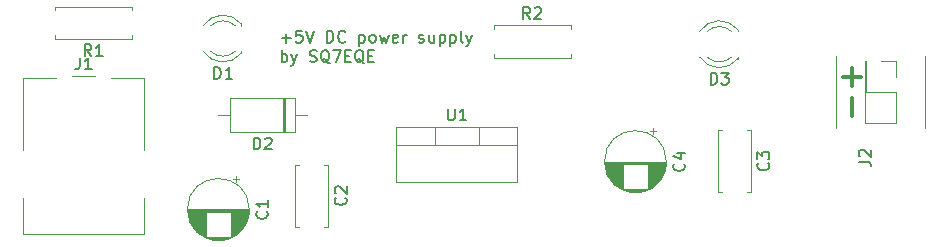
<source format=gbr>
%TF.GenerationSoftware,KiCad,Pcbnew,5.1.6-c6e7f7d~86~ubuntu18.04.1*%
%TF.CreationDate,2020-05-25T18:50:18+02:00*%
%TF.ProjectId,power_supply_5V,706f7765-725f-4737-9570-706c795f3556,1.2*%
%TF.SameCoordinates,Original*%
%TF.FileFunction,Legend,Top*%
%TF.FilePolarity,Positive*%
%FSLAX46Y46*%
G04 Gerber Fmt 4.6, Leading zero omitted, Abs format (unit mm)*
G04 Created by KiCad (PCBNEW 5.1.6-c6e7f7d~86~ubuntu18.04.1) date 2020-05-25 18:50:18*
%MOMM*%
%LPD*%
G01*
G04 APERTURE LIST*
%ADD10C,0.150000*%
%ADD11C,0.120000*%
%ADD12C,0.300000*%
%ADD13C,1.702000*%
%ADD14O,2.102000X3.602000*%
%ADD15O,3.402000X2.102000*%
%ADD16R,4.102000X2.102000*%
%ADD17R,1.802000X1.802000*%
%ADD18O,1.802000X1.802000*%
%ADD19C,1.626000*%
%ADD20O,1.702000X1.702000*%
%ADD21C,1.902000*%
%ADD22R,1.902000X1.902000*%
%ADD23R,1.702000X1.702000*%
%ADD24O,2.302000X2.302000*%
%ADD25R,2.302000X2.302000*%
%ADD26O,2.007000X2.102000*%
%ADD27R,2.007000X2.102000*%
G04 APERTURE END LIST*
D10*
X96855595Y-83218828D02*
X97617500Y-83218828D01*
X97236547Y-83599780D02*
X97236547Y-82837876D01*
X98569880Y-82599780D02*
X98093690Y-82599780D01*
X98046071Y-83075971D01*
X98093690Y-83028352D01*
X98188928Y-82980733D01*
X98427023Y-82980733D01*
X98522261Y-83028352D01*
X98569880Y-83075971D01*
X98617500Y-83171209D01*
X98617500Y-83409304D01*
X98569880Y-83504542D01*
X98522261Y-83552161D01*
X98427023Y-83599780D01*
X98188928Y-83599780D01*
X98093690Y-83552161D01*
X98046071Y-83504542D01*
X98903214Y-82599780D02*
X99236547Y-83599780D01*
X99569880Y-82599780D01*
X100665119Y-83599780D02*
X100665119Y-82599780D01*
X100903214Y-82599780D01*
X101046071Y-82647400D01*
X101141309Y-82742638D01*
X101188928Y-82837876D01*
X101236547Y-83028352D01*
X101236547Y-83171209D01*
X101188928Y-83361685D01*
X101141309Y-83456923D01*
X101046071Y-83552161D01*
X100903214Y-83599780D01*
X100665119Y-83599780D01*
X102236547Y-83504542D02*
X102188928Y-83552161D01*
X102046071Y-83599780D01*
X101950833Y-83599780D01*
X101807976Y-83552161D01*
X101712738Y-83456923D01*
X101665119Y-83361685D01*
X101617500Y-83171209D01*
X101617500Y-83028352D01*
X101665119Y-82837876D01*
X101712738Y-82742638D01*
X101807976Y-82647400D01*
X101950833Y-82599780D01*
X102046071Y-82599780D01*
X102188928Y-82647400D01*
X102236547Y-82695019D01*
X103427023Y-82933114D02*
X103427023Y-83933114D01*
X103427023Y-82980733D02*
X103522261Y-82933114D01*
X103712738Y-82933114D01*
X103807976Y-82980733D01*
X103855595Y-83028352D01*
X103903214Y-83123590D01*
X103903214Y-83409304D01*
X103855595Y-83504542D01*
X103807976Y-83552161D01*
X103712738Y-83599780D01*
X103522261Y-83599780D01*
X103427023Y-83552161D01*
X104474642Y-83599780D02*
X104379404Y-83552161D01*
X104331785Y-83504542D01*
X104284166Y-83409304D01*
X104284166Y-83123590D01*
X104331785Y-83028352D01*
X104379404Y-82980733D01*
X104474642Y-82933114D01*
X104617500Y-82933114D01*
X104712738Y-82980733D01*
X104760357Y-83028352D01*
X104807976Y-83123590D01*
X104807976Y-83409304D01*
X104760357Y-83504542D01*
X104712738Y-83552161D01*
X104617500Y-83599780D01*
X104474642Y-83599780D01*
X105141309Y-82933114D02*
X105331785Y-83599780D01*
X105522261Y-83123590D01*
X105712738Y-83599780D01*
X105903214Y-82933114D01*
X106665119Y-83552161D02*
X106569880Y-83599780D01*
X106379404Y-83599780D01*
X106284166Y-83552161D01*
X106236547Y-83456923D01*
X106236547Y-83075971D01*
X106284166Y-82980733D01*
X106379404Y-82933114D01*
X106569880Y-82933114D01*
X106665119Y-82980733D01*
X106712738Y-83075971D01*
X106712738Y-83171209D01*
X106236547Y-83266447D01*
X107141309Y-83599780D02*
X107141309Y-82933114D01*
X107141309Y-83123590D02*
X107188928Y-83028352D01*
X107236547Y-82980733D01*
X107331785Y-82933114D01*
X107427023Y-82933114D01*
X108474642Y-83552161D02*
X108569880Y-83599780D01*
X108760357Y-83599780D01*
X108855595Y-83552161D01*
X108903214Y-83456923D01*
X108903214Y-83409304D01*
X108855595Y-83314066D01*
X108760357Y-83266447D01*
X108617500Y-83266447D01*
X108522261Y-83218828D01*
X108474642Y-83123590D01*
X108474642Y-83075971D01*
X108522261Y-82980733D01*
X108617500Y-82933114D01*
X108760357Y-82933114D01*
X108855595Y-82980733D01*
X109760357Y-82933114D02*
X109760357Y-83599780D01*
X109331785Y-82933114D02*
X109331785Y-83456923D01*
X109379404Y-83552161D01*
X109474642Y-83599780D01*
X109617500Y-83599780D01*
X109712738Y-83552161D01*
X109760357Y-83504542D01*
X110236547Y-82933114D02*
X110236547Y-83933114D01*
X110236547Y-82980733D02*
X110331785Y-82933114D01*
X110522261Y-82933114D01*
X110617500Y-82980733D01*
X110665119Y-83028352D01*
X110712738Y-83123590D01*
X110712738Y-83409304D01*
X110665119Y-83504542D01*
X110617500Y-83552161D01*
X110522261Y-83599780D01*
X110331785Y-83599780D01*
X110236547Y-83552161D01*
X111141309Y-82933114D02*
X111141309Y-83933114D01*
X111141309Y-82980733D02*
X111236547Y-82933114D01*
X111427023Y-82933114D01*
X111522261Y-82980733D01*
X111569880Y-83028352D01*
X111617500Y-83123590D01*
X111617500Y-83409304D01*
X111569880Y-83504542D01*
X111522261Y-83552161D01*
X111427023Y-83599780D01*
X111236547Y-83599780D01*
X111141309Y-83552161D01*
X112188928Y-83599780D02*
X112093690Y-83552161D01*
X112046071Y-83456923D01*
X112046071Y-82599780D01*
X112474642Y-82933114D02*
X112712738Y-83599780D01*
X112950833Y-82933114D02*
X112712738Y-83599780D01*
X112617500Y-83837876D01*
X112569880Y-83885495D01*
X112474642Y-83933114D01*
X96855595Y-85249780D02*
X96855595Y-84249780D01*
X96855595Y-84630733D02*
X96950833Y-84583114D01*
X97141309Y-84583114D01*
X97236547Y-84630733D01*
X97284166Y-84678352D01*
X97331785Y-84773590D01*
X97331785Y-85059304D01*
X97284166Y-85154542D01*
X97236547Y-85202161D01*
X97141309Y-85249780D01*
X96950833Y-85249780D01*
X96855595Y-85202161D01*
X97665119Y-84583114D02*
X97903214Y-85249780D01*
X98141309Y-84583114D02*
X97903214Y-85249780D01*
X97807976Y-85487876D01*
X97760357Y-85535495D01*
X97665119Y-85583114D01*
X99236547Y-85202161D02*
X99379404Y-85249780D01*
X99617500Y-85249780D01*
X99712738Y-85202161D01*
X99760357Y-85154542D01*
X99807976Y-85059304D01*
X99807976Y-84964066D01*
X99760357Y-84868828D01*
X99712738Y-84821209D01*
X99617500Y-84773590D01*
X99427023Y-84725971D01*
X99331785Y-84678352D01*
X99284166Y-84630733D01*
X99236547Y-84535495D01*
X99236547Y-84440257D01*
X99284166Y-84345019D01*
X99331785Y-84297400D01*
X99427023Y-84249780D01*
X99665119Y-84249780D01*
X99807976Y-84297400D01*
X100903214Y-85345019D02*
X100807976Y-85297400D01*
X100712738Y-85202161D01*
X100569880Y-85059304D01*
X100474642Y-85011685D01*
X100379404Y-85011685D01*
X100427023Y-85249780D02*
X100331785Y-85202161D01*
X100236547Y-85106923D01*
X100188928Y-84916447D01*
X100188928Y-84583114D01*
X100236547Y-84392638D01*
X100331785Y-84297400D01*
X100427023Y-84249780D01*
X100617500Y-84249780D01*
X100712738Y-84297400D01*
X100807976Y-84392638D01*
X100855595Y-84583114D01*
X100855595Y-84916447D01*
X100807976Y-85106923D01*
X100712738Y-85202161D01*
X100617500Y-85249780D01*
X100427023Y-85249780D01*
X101188928Y-84249780D02*
X101855595Y-84249780D01*
X101427023Y-85249780D01*
X102236547Y-84725971D02*
X102569880Y-84725971D01*
X102712738Y-85249780D02*
X102236547Y-85249780D01*
X102236547Y-84249780D01*
X102712738Y-84249780D01*
X103807976Y-85345019D02*
X103712738Y-85297400D01*
X103617500Y-85202161D01*
X103474642Y-85059304D01*
X103379404Y-85011685D01*
X103284166Y-85011685D01*
X103331785Y-85249780D02*
X103236547Y-85202161D01*
X103141309Y-85106923D01*
X103093690Y-84916447D01*
X103093690Y-84583114D01*
X103141309Y-84392638D01*
X103236547Y-84297400D01*
X103331785Y-84249780D01*
X103522261Y-84249780D01*
X103617500Y-84297400D01*
X103712738Y-84392638D01*
X103760357Y-84583114D01*
X103760357Y-84916447D01*
X103712738Y-85106923D01*
X103617500Y-85202161D01*
X103522261Y-85249780D01*
X103331785Y-85249780D01*
X104188928Y-84725971D02*
X104522261Y-84725971D01*
X104665119Y-85249780D02*
X104188928Y-85249780D01*
X104188928Y-84249780D01*
X104665119Y-84249780D01*
D11*
%TO.C,J1*%
X74977600Y-92676000D02*
X74977600Y-86616000D01*
X74977600Y-86616000D02*
X77787600Y-86616000D01*
X82387600Y-86616000D02*
X85197600Y-86616000D01*
X85197600Y-86616000D02*
X85197600Y-92676000D01*
X85197600Y-96776000D02*
X85197600Y-99836000D01*
X85197600Y-99836000D02*
X74977600Y-99836000D01*
X74977600Y-99836000D02*
X74977600Y-96776000D01*
X79087600Y-86426000D02*
X81087600Y-86426000D01*
%TO.C,J2*%
X143796000Y-84712400D02*
X143796000Y-90812400D01*
X148904000Y-85182400D02*
X148904000Y-86512400D01*
X147574000Y-85182400D02*
X148904000Y-85182400D01*
X148904000Y-87782400D02*
X148904000Y-90382400D01*
X146304000Y-87782400D02*
X148904000Y-87782400D01*
X146304000Y-85182400D02*
X146304000Y-87782400D01*
X148904000Y-90382400D02*
X146244000Y-90382400D01*
X146304000Y-85182400D02*
X146244000Y-85182400D01*
X146244000Y-85182400D02*
X146244000Y-90382400D01*
X151352000Y-84712400D02*
X151352000Y-90812400D01*
%TO.C,R1*%
X84181700Y-82967700D02*
X84181700Y-83297700D01*
X84181700Y-83297700D02*
X77641700Y-83297700D01*
X77641700Y-83297700D02*
X77641700Y-82967700D01*
X84181700Y-80887700D02*
X84181700Y-80557700D01*
X84181700Y-80557700D02*
X77641700Y-80557700D01*
X77641700Y-80557700D02*
X77641700Y-80887700D01*
%TO.C,D1*%
X93444500Y-84497200D02*
X93444500Y-84341200D01*
X93444500Y-82181200D02*
X93444500Y-82025200D01*
X90843370Y-82181363D02*
G75*
G02*
X92925461Y-82181200I1041130J-1079837D01*
G01*
X90843370Y-84341037D02*
G75*
G03*
X92925461Y-84341200I1041130J1079837D01*
G01*
X90212165Y-82182592D02*
G75*
G02*
X93444500Y-82025684I1672335J-1078608D01*
G01*
X90212165Y-84339808D02*
G75*
G03*
X93444500Y-84496716I1672335J1078608D01*
G01*
%TO.C,C1*%
X94110800Y-97733800D02*
G75*
G03*
X94110800Y-97733800I-2620000J0D01*
G01*
X94070800Y-97733800D02*
X88910800Y-97733800D01*
X94070800Y-97773800D02*
X88910800Y-97773800D01*
X94069800Y-97813800D02*
X88911800Y-97813800D01*
X94068800Y-97853800D02*
X88912800Y-97853800D01*
X94066800Y-97893800D02*
X88914800Y-97893800D01*
X94063800Y-97933800D02*
X88917800Y-97933800D01*
X94059800Y-97973800D02*
X92530800Y-97973800D01*
X90450800Y-97973800D02*
X88921800Y-97973800D01*
X94055800Y-98013800D02*
X92530800Y-98013800D01*
X90450800Y-98013800D02*
X88925800Y-98013800D01*
X94051800Y-98053800D02*
X92530800Y-98053800D01*
X90450800Y-98053800D02*
X88929800Y-98053800D01*
X94046800Y-98093800D02*
X92530800Y-98093800D01*
X90450800Y-98093800D02*
X88934800Y-98093800D01*
X94040800Y-98133800D02*
X92530800Y-98133800D01*
X90450800Y-98133800D02*
X88940800Y-98133800D01*
X94033800Y-98173800D02*
X92530800Y-98173800D01*
X90450800Y-98173800D02*
X88947800Y-98173800D01*
X94026800Y-98213800D02*
X92530800Y-98213800D01*
X90450800Y-98213800D02*
X88954800Y-98213800D01*
X94018800Y-98253800D02*
X92530800Y-98253800D01*
X90450800Y-98253800D02*
X88962800Y-98253800D01*
X94010800Y-98293800D02*
X92530800Y-98293800D01*
X90450800Y-98293800D02*
X88970800Y-98293800D01*
X94001800Y-98333800D02*
X92530800Y-98333800D01*
X90450800Y-98333800D02*
X88979800Y-98333800D01*
X93991800Y-98373800D02*
X92530800Y-98373800D01*
X90450800Y-98373800D02*
X88989800Y-98373800D01*
X93981800Y-98413800D02*
X92530800Y-98413800D01*
X90450800Y-98413800D02*
X88999800Y-98413800D01*
X93970800Y-98454800D02*
X92530800Y-98454800D01*
X90450800Y-98454800D02*
X89010800Y-98454800D01*
X93958800Y-98494800D02*
X92530800Y-98494800D01*
X90450800Y-98494800D02*
X89022800Y-98494800D01*
X93945800Y-98534800D02*
X92530800Y-98534800D01*
X90450800Y-98534800D02*
X89035800Y-98534800D01*
X93932800Y-98574800D02*
X92530800Y-98574800D01*
X90450800Y-98574800D02*
X89048800Y-98574800D01*
X93918800Y-98614800D02*
X92530800Y-98614800D01*
X90450800Y-98614800D02*
X89062800Y-98614800D01*
X93904800Y-98654800D02*
X92530800Y-98654800D01*
X90450800Y-98654800D02*
X89076800Y-98654800D01*
X93888800Y-98694800D02*
X92530800Y-98694800D01*
X90450800Y-98694800D02*
X89092800Y-98694800D01*
X93872800Y-98734800D02*
X92530800Y-98734800D01*
X90450800Y-98734800D02*
X89108800Y-98734800D01*
X93855800Y-98774800D02*
X92530800Y-98774800D01*
X90450800Y-98774800D02*
X89125800Y-98774800D01*
X93838800Y-98814800D02*
X92530800Y-98814800D01*
X90450800Y-98814800D02*
X89142800Y-98814800D01*
X93819800Y-98854800D02*
X92530800Y-98854800D01*
X90450800Y-98854800D02*
X89161800Y-98854800D01*
X93800800Y-98894800D02*
X92530800Y-98894800D01*
X90450800Y-98894800D02*
X89180800Y-98894800D01*
X93780800Y-98934800D02*
X92530800Y-98934800D01*
X90450800Y-98934800D02*
X89200800Y-98934800D01*
X93758800Y-98974800D02*
X92530800Y-98974800D01*
X90450800Y-98974800D02*
X89222800Y-98974800D01*
X93737800Y-99014800D02*
X92530800Y-99014800D01*
X90450800Y-99014800D02*
X89243800Y-99014800D01*
X93714800Y-99054800D02*
X92530800Y-99054800D01*
X90450800Y-99054800D02*
X89266800Y-99054800D01*
X93690800Y-99094800D02*
X92530800Y-99094800D01*
X90450800Y-99094800D02*
X89290800Y-99094800D01*
X93665800Y-99134800D02*
X92530800Y-99134800D01*
X90450800Y-99134800D02*
X89315800Y-99134800D01*
X93639800Y-99174800D02*
X92530800Y-99174800D01*
X90450800Y-99174800D02*
X89341800Y-99174800D01*
X93612800Y-99214800D02*
X92530800Y-99214800D01*
X90450800Y-99214800D02*
X89368800Y-99214800D01*
X93585800Y-99254800D02*
X92530800Y-99254800D01*
X90450800Y-99254800D02*
X89395800Y-99254800D01*
X93555800Y-99294800D02*
X92530800Y-99294800D01*
X90450800Y-99294800D02*
X89425800Y-99294800D01*
X93525800Y-99334800D02*
X92530800Y-99334800D01*
X90450800Y-99334800D02*
X89455800Y-99334800D01*
X93494800Y-99374800D02*
X92530800Y-99374800D01*
X90450800Y-99374800D02*
X89486800Y-99374800D01*
X93461800Y-99414800D02*
X92530800Y-99414800D01*
X90450800Y-99414800D02*
X89519800Y-99414800D01*
X93427800Y-99454800D02*
X92530800Y-99454800D01*
X90450800Y-99454800D02*
X89553800Y-99454800D01*
X93391800Y-99494800D02*
X92530800Y-99494800D01*
X90450800Y-99494800D02*
X89589800Y-99494800D01*
X93354800Y-99534800D02*
X92530800Y-99534800D01*
X90450800Y-99534800D02*
X89626800Y-99534800D01*
X93316800Y-99574800D02*
X92530800Y-99574800D01*
X90450800Y-99574800D02*
X89664800Y-99574800D01*
X93275800Y-99614800D02*
X92530800Y-99614800D01*
X90450800Y-99614800D02*
X89705800Y-99614800D01*
X93233800Y-99654800D02*
X92530800Y-99654800D01*
X90450800Y-99654800D02*
X89747800Y-99654800D01*
X93189800Y-99694800D02*
X92530800Y-99694800D01*
X90450800Y-99694800D02*
X89791800Y-99694800D01*
X93143800Y-99734800D02*
X92530800Y-99734800D01*
X90450800Y-99734800D02*
X89837800Y-99734800D01*
X93095800Y-99774800D02*
X92530800Y-99774800D01*
X90450800Y-99774800D02*
X89885800Y-99774800D01*
X93044800Y-99814800D02*
X92530800Y-99814800D01*
X90450800Y-99814800D02*
X89936800Y-99814800D01*
X92990800Y-99854800D02*
X92530800Y-99854800D01*
X90450800Y-99854800D02*
X89990800Y-99854800D01*
X92933800Y-99894800D02*
X92530800Y-99894800D01*
X90450800Y-99894800D02*
X90047800Y-99894800D01*
X92873800Y-99934800D02*
X92530800Y-99934800D01*
X90450800Y-99934800D02*
X90107800Y-99934800D01*
X92809800Y-99974800D02*
X92530800Y-99974800D01*
X90450800Y-99974800D02*
X90171800Y-99974800D01*
X92741800Y-100014800D02*
X92530800Y-100014800D01*
X90450800Y-100014800D02*
X90239800Y-100014800D01*
X92668800Y-100054800D02*
X90312800Y-100054800D01*
X92588800Y-100094800D02*
X90392800Y-100094800D01*
X92501800Y-100134800D02*
X90479800Y-100134800D01*
X92405800Y-100174800D02*
X90575800Y-100174800D01*
X92295800Y-100214800D02*
X90685800Y-100214800D01*
X92167800Y-100254800D02*
X90813800Y-100254800D01*
X92008800Y-100294800D02*
X90972800Y-100294800D01*
X91774800Y-100334800D02*
X91206800Y-100334800D01*
X92965800Y-94929025D02*
X92965800Y-95429025D01*
X93215800Y-95179025D02*
X92715800Y-95179025D01*
%TO.C,C2*%
X100760200Y-93940000D02*
X100760200Y-99180000D01*
X98020200Y-93940000D02*
X98020200Y-99180000D01*
X100760200Y-93940000D02*
X100445200Y-93940000D01*
X98335200Y-93940000D02*
X98020200Y-93940000D01*
X100760200Y-99180000D02*
X100445200Y-99180000D01*
X98335200Y-99180000D02*
X98020200Y-99180000D01*
%TO.C,C3*%
X136548800Y-91019000D02*
X136548800Y-96259000D01*
X133808800Y-91019000D02*
X133808800Y-96259000D01*
X136548800Y-91019000D02*
X136233800Y-91019000D01*
X134123800Y-91019000D02*
X133808800Y-91019000D01*
X136548800Y-96259000D02*
X136233800Y-96259000D01*
X134123800Y-96259000D02*
X133808800Y-96259000D01*
%TO.C,C4*%
X129419600Y-93680600D02*
G75*
G03*
X129419600Y-93680600I-2620000J0D01*
G01*
X129379600Y-93680600D02*
X124219600Y-93680600D01*
X129379600Y-93720600D02*
X124219600Y-93720600D01*
X129378600Y-93760600D02*
X124220600Y-93760600D01*
X129377600Y-93800600D02*
X124221600Y-93800600D01*
X129375600Y-93840600D02*
X124223600Y-93840600D01*
X129372600Y-93880600D02*
X124226600Y-93880600D01*
X129368600Y-93920600D02*
X127839600Y-93920600D01*
X125759600Y-93920600D02*
X124230600Y-93920600D01*
X129364600Y-93960600D02*
X127839600Y-93960600D01*
X125759600Y-93960600D02*
X124234600Y-93960600D01*
X129360600Y-94000600D02*
X127839600Y-94000600D01*
X125759600Y-94000600D02*
X124238600Y-94000600D01*
X129355600Y-94040600D02*
X127839600Y-94040600D01*
X125759600Y-94040600D02*
X124243600Y-94040600D01*
X129349600Y-94080600D02*
X127839600Y-94080600D01*
X125759600Y-94080600D02*
X124249600Y-94080600D01*
X129342600Y-94120600D02*
X127839600Y-94120600D01*
X125759600Y-94120600D02*
X124256600Y-94120600D01*
X129335600Y-94160600D02*
X127839600Y-94160600D01*
X125759600Y-94160600D02*
X124263600Y-94160600D01*
X129327600Y-94200600D02*
X127839600Y-94200600D01*
X125759600Y-94200600D02*
X124271600Y-94200600D01*
X129319600Y-94240600D02*
X127839600Y-94240600D01*
X125759600Y-94240600D02*
X124279600Y-94240600D01*
X129310600Y-94280600D02*
X127839600Y-94280600D01*
X125759600Y-94280600D02*
X124288600Y-94280600D01*
X129300600Y-94320600D02*
X127839600Y-94320600D01*
X125759600Y-94320600D02*
X124298600Y-94320600D01*
X129290600Y-94360600D02*
X127839600Y-94360600D01*
X125759600Y-94360600D02*
X124308600Y-94360600D01*
X129279600Y-94401600D02*
X127839600Y-94401600D01*
X125759600Y-94401600D02*
X124319600Y-94401600D01*
X129267600Y-94441600D02*
X127839600Y-94441600D01*
X125759600Y-94441600D02*
X124331600Y-94441600D01*
X129254600Y-94481600D02*
X127839600Y-94481600D01*
X125759600Y-94481600D02*
X124344600Y-94481600D01*
X129241600Y-94521600D02*
X127839600Y-94521600D01*
X125759600Y-94521600D02*
X124357600Y-94521600D01*
X129227600Y-94561600D02*
X127839600Y-94561600D01*
X125759600Y-94561600D02*
X124371600Y-94561600D01*
X129213600Y-94601600D02*
X127839600Y-94601600D01*
X125759600Y-94601600D02*
X124385600Y-94601600D01*
X129197600Y-94641600D02*
X127839600Y-94641600D01*
X125759600Y-94641600D02*
X124401600Y-94641600D01*
X129181600Y-94681600D02*
X127839600Y-94681600D01*
X125759600Y-94681600D02*
X124417600Y-94681600D01*
X129164600Y-94721600D02*
X127839600Y-94721600D01*
X125759600Y-94721600D02*
X124434600Y-94721600D01*
X129147600Y-94761600D02*
X127839600Y-94761600D01*
X125759600Y-94761600D02*
X124451600Y-94761600D01*
X129128600Y-94801600D02*
X127839600Y-94801600D01*
X125759600Y-94801600D02*
X124470600Y-94801600D01*
X129109600Y-94841600D02*
X127839600Y-94841600D01*
X125759600Y-94841600D02*
X124489600Y-94841600D01*
X129089600Y-94881600D02*
X127839600Y-94881600D01*
X125759600Y-94881600D02*
X124509600Y-94881600D01*
X129067600Y-94921600D02*
X127839600Y-94921600D01*
X125759600Y-94921600D02*
X124531600Y-94921600D01*
X129046600Y-94961600D02*
X127839600Y-94961600D01*
X125759600Y-94961600D02*
X124552600Y-94961600D01*
X129023600Y-95001600D02*
X127839600Y-95001600D01*
X125759600Y-95001600D02*
X124575600Y-95001600D01*
X128999600Y-95041600D02*
X127839600Y-95041600D01*
X125759600Y-95041600D02*
X124599600Y-95041600D01*
X128974600Y-95081600D02*
X127839600Y-95081600D01*
X125759600Y-95081600D02*
X124624600Y-95081600D01*
X128948600Y-95121600D02*
X127839600Y-95121600D01*
X125759600Y-95121600D02*
X124650600Y-95121600D01*
X128921600Y-95161600D02*
X127839600Y-95161600D01*
X125759600Y-95161600D02*
X124677600Y-95161600D01*
X128894600Y-95201600D02*
X127839600Y-95201600D01*
X125759600Y-95201600D02*
X124704600Y-95201600D01*
X128864600Y-95241600D02*
X127839600Y-95241600D01*
X125759600Y-95241600D02*
X124734600Y-95241600D01*
X128834600Y-95281600D02*
X127839600Y-95281600D01*
X125759600Y-95281600D02*
X124764600Y-95281600D01*
X128803600Y-95321600D02*
X127839600Y-95321600D01*
X125759600Y-95321600D02*
X124795600Y-95321600D01*
X128770600Y-95361600D02*
X127839600Y-95361600D01*
X125759600Y-95361600D02*
X124828600Y-95361600D01*
X128736600Y-95401600D02*
X127839600Y-95401600D01*
X125759600Y-95401600D02*
X124862600Y-95401600D01*
X128700600Y-95441600D02*
X127839600Y-95441600D01*
X125759600Y-95441600D02*
X124898600Y-95441600D01*
X128663600Y-95481600D02*
X127839600Y-95481600D01*
X125759600Y-95481600D02*
X124935600Y-95481600D01*
X128625600Y-95521600D02*
X127839600Y-95521600D01*
X125759600Y-95521600D02*
X124973600Y-95521600D01*
X128584600Y-95561600D02*
X127839600Y-95561600D01*
X125759600Y-95561600D02*
X125014600Y-95561600D01*
X128542600Y-95601600D02*
X127839600Y-95601600D01*
X125759600Y-95601600D02*
X125056600Y-95601600D01*
X128498600Y-95641600D02*
X127839600Y-95641600D01*
X125759600Y-95641600D02*
X125100600Y-95641600D01*
X128452600Y-95681600D02*
X127839600Y-95681600D01*
X125759600Y-95681600D02*
X125146600Y-95681600D01*
X128404600Y-95721600D02*
X127839600Y-95721600D01*
X125759600Y-95721600D02*
X125194600Y-95721600D01*
X128353600Y-95761600D02*
X127839600Y-95761600D01*
X125759600Y-95761600D02*
X125245600Y-95761600D01*
X128299600Y-95801600D02*
X127839600Y-95801600D01*
X125759600Y-95801600D02*
X125299600Y-95801600D01*
X128242600Y-95841600D02*
X127839600Y-95841600D01*
X125759600Y-95841600D02*
X125356600Y-95841600D01*
X128182600Y-95881600D02*
X127839600Y-95881600D01*
X125759600Y-95881600D02*
X125416600Y-95881600D01*
X128118600Y-95921600D02*
X127839600Y-95921600D01*
X125759600Y-95921600D02*
X125480600Y-95921600D01*
X128050600Y-95961600D02*
X127839600Y-95961600D01*
X125759600Y-95961600D02*
X125548600Y-95961600D01*
X127977600Y-96001600D02*
X125621600Y-96001600D01*
X127897600Y-96041600D02*
X125701600Y-96041600D01*
X127810600Y-96081600D02*
X125788600Y-96081600D01*
X127714600Y-96121600D02*
X125884600Y-96121600D01*
X127604600Y-96161600D02*
X125994600Y-96161600D01*
X127476600Y-96201600D02*
X126122600Y-96201600D01*
X127317600Y-96241600D02*
X126281600Y-96241600D01*
X127083600Y-96281600D02*
X126515600Y-96281600D01*
X128274600Y-90875825D02*
X128274600Y-91375825D01*
X128524600Y-91125825D02*
X128024600Y-91125825D01*
%TO.C,D2*%
X97944600Y-91198800D02*
X97944600Y-88258800D01*
X97944600Y-88258800D02*
X92504600Y-88258800D01*
X92504600Y-88258800D02*
X92504600Y-91198800D01*
X92504600Y-91198800D02*
X97944600Y-91198800D01*
X98964600Y-89728800D02*
X97944600Y-89728800D01*
X91484600Y-89728800D02*
X92504600Y-89728800D01*
X97044600Y-91198800D02*
X97044600Y-88258800D01*
X96924600Y-91198800D02*
X96924600Y-88258800D01*
X97164600Y-91198800D02*
X97164600Y-88258800D01*
%TO.C,D3*%
X135468800Y-84979800D02*
X135468800Y-84823800D01*
X135468800Y-82663800D02*
X135468800Y-82507800D01*
X132867670Y-82663963D02*
G75*
G02*
X134949761Y-82663800I1041130J-1079837D01*
G01*
X132867670Y-84823637D02*
G75*
G03*
X134949761Y-84823800I1041130J1079837D01*
G01*
X132236465Y-82665192D02*
G75*
G02*
X135468800Y-82508284I1672335J-1078608D01*
G01*
X132236465Y-84822408D02*
G75*
G03*
X135468800Y-84979316I1672335J1078608D01*
G01*
%TO.C,R2*%
X114789200Y-82475200D02*
X114789200Y-82145200D01*
X114789200Y-82145200D02*
X121329200Y-82145200D01*
X121329200Y-82145200D02*
X121329200Y-82475200D01*
X114789200Y-84555200D02*
X114789200Y-84885200D01*
X114789200Y-84885200D02*
X121329200Y-84885200D01*
X121329200Y-84885200D02*
X121329200Y-84555200D01*
%TO.C,U1*%
X106563800Y-90735400D02*
X116803800Y-90735400D01*
X106563800Y-95376400D02*
X116803800Y-95376400D01*
X106563800Y-90735400D02*
X106563800Y-95376400D01*
X116803800Y-90735400D02*
X116803800Y-95376400D01*
X106563800Y-92245400D02*
X116803800Y-92245400D01*
X109833800Y-90735400D02*
X109833800Y-92245400D01*
X113534800Y-90735400D02*
X113534800Y-92245400D01*
%TO.C,J1*%
D10*
X79754266Y-84878380D02*
X79754266Y-85592666D01*
X79706647Y-85735523D01*
X79611409Y-85830761D01*
X79468552Y-85878380D01*
X79373314Y-85878380D01*
X80754266Y-85878380D02*
X80182838Y-85878380D01*
X80468552Y-85878380D02*
X80468552Y-84878380D01*
X80373314Y-85021238D01*
X80278076Y-85116476D01*
X80182838Y-85164095D01*
%TO.C,J2*%
X145718280Y-93678333D02*
X146432566Y-93678333D01*
X146575423Y-93725952D01*
X146670661Y-93821190D01*
X146718280Y-93964047D01*
X146718280Y-94059285D01*
X145813519Y-93249761D02*
X145765900Y-93202142D01*
X145718280Y-93106904D01*
X145718280Y-92868809D01*
X145765900Y-92773571D01*
X145813519Y-92725952D01*
X145908757Y-92678333D01*
X146003995Y-92678333D01*
X146146852Y-92725952D01*
X146718280Y-93297380D01*
X146718280Y-92678333D01*
D12*
X145176857Y-89814304D02*
X145176857Y-88290495D01*
X145176857Y-87274304D02*
X145176857Y-85750495D01*
X145938761Y-86512400D02*
X144414952Y-86512400D01*
%TO.C,R1*%
D10*
X80745033Y-84750080D02*
X80411700Y-84273890D01*
X80173604Y-84750080D02*
X80173604Y-83750080D01*
X80554557Y-83750080D01*
X80649795Y-83797700D01*
X80697414Y-83845319D01*
X80745033Y-83940557D01*
X80745033Y-84083414D01*
X80697414Y-84178652D01*
X80649795Y-84226271D01*
X80554557Y-84273890D01*
X80173604Y-84273890D01*
X81697414Y-84750080D02*
X81125985Y-84750080D01*
X81411700Y-84750080D02*
X81411700Y-83750080D01*
X81316461Y-83892938D01*
X81221223Y-83988176D01*
X81125985Y-84035795D01*
%TO.C,D1*%
X91146404Y-86673580D02*
X91146404Y-85673580D01*
X91384500Y-85673580D01*
X91527357Y-85721200D01*
X91622595Y-85816438D01*
X91670214Y-85911676D01*
X91717833Y-86102152D01*
X91717833Y-86245009D01*
X91670214Y-86435485D01*
X91622595Y-86530723D01*
X91527357Y-86625961D01*
X91384500Y-86673580D01*
X91146404Y-86673580D01*
X92670214Y-86673580D02*
X92098785Y-86673580D01*
X92384500Y-86673580D02*
X92384500Y-85673580D01*
X92289261Y-85816438D01*
X92194023Y-85911676D01*
X92098785Y-85959295D01*
%TO.C,C1*%
X95597942Y-97900466D02*
X95645561Y-97948085D01*
X95693180Y-98090942D01*
X95693180Y-98186180D01*
X95645561Y-98329038D01*
X95550323Y-98424276D01*
X95455085Y-98471895D01*
X95264609Y-98519514D01*
X95121752Y-98519514D01*
X94931276Y-98471895D01*
X94836038Y-98424276D01*
X94740800Y-98329038D01*
X94693180Y-98186180D01*
X94693180Y-98090942D01*
X94740800Y-97948085D01*
X94788419Y-97900466D01*
X95693180Y-96948085D02*
X95693180Y-97519514D01*
X95693180Y-97233800D02*
X94693180Y-97233800D01*
X94836038Y-97329038D01*
X94931276Y-97424276D01*
X94978895Y-97519514D01*
%TO.C,C2*%
X102247342Y-96726666D02*
X102294961Y-96774285D01*
X102342580Y-96917142D01*
X102342580Y-97012380D01*
X102294961Y-97155238D01*
X102199723Y-97250476D01*
X102104485Y-97298095D01*
X101914009Y-97345714D01*
X101771152Y-97345714D01*
X101580676Y-97298095D01*
X101485438Y-97250476D01*
X101390200Y-97155238D01*
X101342580Y-97012380D01*
X101342580Y-96917142D01*
X101390200Y-96774285D01*
X101437819Y-96726666D01*
X101437819Y-96345714D02*
X101390200Y-96298095D01*
X101342580Y-96202857D01*
X101342580Y-95964761D01*
X101390200Y-95869523D01*
X101437819Y-95821904D01*
X101533057Y-95774285D01*
X101628295Y-95774285D01*
X101771152Y-95821904D01*
X102342580Y-96393333D01*
X102342580Y-95774285D01*
%TO.C,C3*%
X138035942Y-93805666D02*
X138083561Y-93853285D01*
X138131180Y-93996142D01*
X138131180Y-94091380D01*
X138083561Y-94234238D01*
X137988323Y-94329476D01*
X137893085Y-94377095D01*
X137702609Y-94424714D01*
X137559752Y-94424714D01*
X137369276Y-94377095D01*
X137274038Y-94329476D01*
X137178800Y-94234238D01*
X137131180Y-94091380D01*
X137131180Y-93996142D01*
X137178800Y-93853285D01*
X137226419Y-93805666D01*
X137131180Y-93472333D02*
X137131180Y-92853285D01*
X137512133Y-93186619D01*
X137512133Y-93043761D01*
X137559752Y-92948523D01*
X137607371Y-92900904D01*
X137702609Y-92853285D01*
X137940704Y-92853285D01*
X138035942Y-92900904D01*
X138083561Y-92948523D01*
X138131180Y-93043761D01*
X138131180Y-93329476D01*
X138083561Y-93424714D01*
X138035942Y-93472333D01*
%TO.C,C4*%
X130906742Y-93847266D02*
X130954361Y-93894885D01*
X131001980Y-94037742D01*
X131001980Y-94132980D01*
X130954361Y-94275838D01*
X130859123Y-94371076D01*
X130763885Y-94418695D01*
X130573409Y-94466314D01*
X130430552Y-94466314D01*
X130240076Y-94418695D01*
X130144838Y-94371076D01*
X130049600Y-94275838D01*
X130001980Y-94132980D01*
X130001980Y-94037742D01*
X130049600Y-93894885D01*
X130097219Y-93847266D01*
X130335314Y-92990123D02*
X131001980Y-92990123D01*
X129954361Y-93228219D02*
X130668647Y-93466314D01*
X130668647Y-92847266D01*
%TO.C,D2*%
X94486504Y-92651180D02*
X94486504Y-91651180D01*
X94724600Y-91651180D01*
X94867457Y-91698800D01*
X94962695Y-91794038D01*
X95010314Y-91889276D01*
X95057933Y-92079752D01*
X95057933Y-92222609D01*
X95010314Y-92413085D01*
X94962695Y-92508323D01*
X94867457Y-92603561D01*
X94724600Y-92651180D01*
X94486504Y-92651180D01*
X95438885Y-91746419D02*
X95486504Y-91698800D01*
X95581742Y-91651180D01*
X95819838Y-91651180D01*
X95915076Y-91698800D01*
X95962695Y-91746419D01*
X96010314Y-91841657D01*
X96010314Y-91936895D01*
X95962695Y-92079752D01*
X95391266Y-92651180D01*
X96010314Y-92651180D01*
%TO.C,D3*%
X133170704Y-87156180D02*
X133170704Y-86156180D01*
X133408800Y-86156180D01*
X133551657Y-86203800D01*
X133646895Y-86299038D01*
X133694514Y-86394276D01*
X133742133Y-86584752D01*
X133742133Y-86727609D01*
X133694514Y-86918085D01*
X133646895Y-87013323D01*
X133551657Y-87108561D01*
X133408800Y-87156180D01*
X133170704Y-87156180D01*
X134075466Y-86156180D02*
X134694514Y-86156180D01*
X134361180Y-86537133D01*
X134504038Y-86537133D01*
X134599276Y-86584752D01*
X134646895Y-86632371D01*
X134694514Y-86727609D01*
X134694514Y-86965704D01*
X134646895Y-87060942D01*
X134599276Y-87108561D01*
X134504038Y-87156180D01*
X134218323Y-87156180D01*
X134123085Y-87108561D01*
X134075466Y-87060942D01*
%TO.C,R2*%
X117892533Y-81597580D02*
X117559200Y-81121390D01*
X117321104Y-81597580D02*
X117321104Y-80597580D01*
X117702057Y-80597580D01*
X117797295Y-80645200D01*
X117844914Y-80692819D01*
X117892533Y-80788057D01*
X117892533Y-80930914D01*
X117844914Y-81026152D01*
X117797295Y-81073771D01*
X117702057Y-81121390D01*
X117321104Y-81121390D01*
X118273485Y-80692819D02*
X118321104Y-80645200D01*
X118416342Y-80597580D01*
X118654438Y-80597580D01*
X118749676Y-80645200D01*
X118797295Y-80692819D01*
X118844914Y-80788057D01*
X118844914Y-80883295D01*
X118797295Y-81026152D01*
X118225866Y-81597580D01*
X118844914Y-81597580D01*
%TO.C,U1*%
X110921895Y-89187780D02*
X110921895Y-89997304D01*
X110969514Y-90092542D01*
X111017133Y-90140161D01*
X111112371Y-90187780D01*
X111302847Y-90187780D01*
X111398085Y-90140161D01*
X111445704Y-90092542D01*
X111493323Y-89997304D01*
X111493323Y-89187780D01*
X112493323Y-90187780D02*
X111921895Y-90187780D01*
X112207609Y-90187780D02*
X112207609Y-89187780D01*
X112112371Y-89330638D01*
X112017133Y-89425876D01*
X111921895Y-89473495D01*
%TD*%
%LPC*%
D13*
%TO.C,J1*%
X80087600Y-96726000D03*
D14*
X84587600Y-94726000D03*
X75587600Y-94726000D03*
D15*
X80087600Y-93726000D03*
D16*
X80087600Y-87726000D03*
%TD*%
D17*
%TO.C,J2*%
X147574000Y-86512400D03*
D18*
X147574000Y-89052400D03*
D19*
X150114000Y-86512400D03*
X150114000Y-89052400D03*
%TD*%
D20*
%TO.C,R1*%
X77101700Y-81927700D03*
D13*
X84721700Y-81927700D03*
%TD*%
D21*
%TO.C,D1*%
X90614500Y-83261200D03*
D22*
X93154500Y-83261200D03*
%TD*%
D13*
%TO.C,C1*%
X91490800Y-98983800D03*
D23*
X91490800Y-96483800D03*
%TD*%
D13*
%TO.C,C2*%
X99390200Y-99060000D03*
X99390200Y-94060000D03*
%TD*%
%TO.C,C3*%
X135178800Y-96139000D03*
X135178800Y-91139000D03*
%TD*%
%TO.C,C4*%
X126799600Y-94930600D03*
D23*
X126799600Y-92430600D03*
%TD*%
D24*
%TO.C,D2*%
X90144600Y-89728800D03*
D25*
X100304600Y-89728800D03*
%TD*%
D21*
%TO.C,D3*%
X132638800Y-83743800D03*
D22*
X135178800Y-83743800D03*
%TD*%
D20*
%TO.C,R2*%
X121869200Y-83515200D03*
D13*
X114249200Y-83515200D03*
%TD*%
D26*
%TO.C,U1*%
X114223800Y-94005400D03*
X111683800Y-94005400D03*
D27*
X109143800Y-94005400D03*
%TD*%
M02*

</source>
